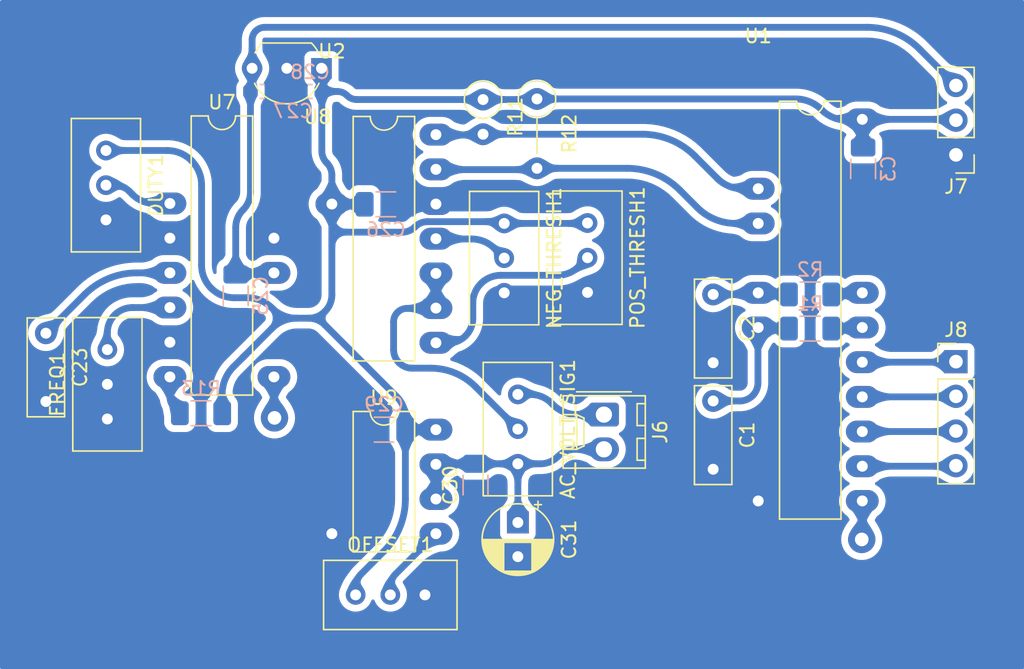
<source format=kicad_pcb>
(kicad_pcb (version 20240108) (generator "pcbnew") (generator_version "8.0")
  (layers (0 "F.Cu" signal) (31 "B.Cu" signal) (34 "B.Paste" user) (35 "F.Paste" user) (36 "B.SilkS" user "B.Silkscreen") (37 "F.SilkS" user "F.Silkscreen") (38 "B.Mask" user) (39 "F.Mask" user) (44 "Edge.Cuts" user))
  (net 0 "")
  (net 1 "GND")
  (net 2 "+12V")
  (net 3 "+5V")
  (net 4 "/PWM_DELAY2")
  (net 5 "Net-(U1-O5)")
  (net 6 "Net-(U1-O4)")
  (net 7 "/PWM")
  (net 8 "Net-(U7-CT)")
  (net 9 "Net-(U7-RT)")
  (net 10 "Net-(U7-FB)")
  (net 11 "/PWMB_1")
  (net 12 "/PWMB_2")
  (net 13 "/PWMA_2")
  (net 14 "/NEG_SIG")
  (net 15 "/PWMA_1")
  (net 16 "/POS_SIG")
  (net 17 "/PWM_DELAY1")
  (net 18 "Net-(U2C-+)")
  (net 19 "Net-(U2D--)")
  (net 20 "Net-(J6-Pin_2)")
  (net 21 "/VOLT_SIGNAL")
  (net 22 "Net-(J6-Pin_1)")
  (net 23 "Net-(U9B-+)")
  (net 24 "Net-(U7-C1)")
  (footprint "Capacitor_THT:C_Rect_L7.0mm_W2.5mm_P5.00mm" (layer "F.Cu") (at 90.25 118.6 -90)
    (property "Reference" "C1" (at 2.5 -2.5 90) (layer "F.SilkS"))
    (property "Value" "1n")
    (pad "1" thru_hole circle (at 0 0 270) (size 1.6 1.6) (drill 0.8) (layers "*.Cu" "*.Mask") (net 4 "/PWM_DELAY2"))
    (pad "2" thru_hole circle (at 5 0 270) (size 1.6 1.6) (drill 0.8) (layers "*.Cu" "*.Mask") (net 1 "GND"))
  )
  (footprint "Resistor_THT:R_Axial_DIN0207_L6.3mm_D2.5mm_P5.08mm_Vertical" (layer "F.Cu") (at 77.35 96.485 -90)
    (property "Reference" "R12" (at 2.54 -2.37 90) (layer "F.SilkS"))
    (property "Value" "1k")
    (pad "1" thru_hole circle (at 0 0 270) (size 1.6 1.6) (drill 0.8) (layers "*.Cu" "*.Mask") (net 3 "+5V"))
    (pad "2" thru_hole oval (at 5.08 0 270) (size 1.6 1.6) (drill 0.8) (layers "*.Cu" "*.Mask") (net 14 "/NEG_SIG"))
  )
  (footprint "Connector_PinHeader_2.54mm:PinHeader_1x03_P2.54mm_Vertical" (layer "F.Cu") (at 108.03 100.58 180)
    (property "Reference" "J7" (at 0 -2.33 0) (layer "F.SilkS"))
    (property "Value" "PWR")
    (pad "1" thru_hole rect (at 0 0 180) (size 1.7 1.7) (drill 1) (layers "*.Cu" "*.Mask") (net 1 "GND"))
    (pad "2" thru_hole oval (at 0 2.54 180) (size 1.7 1.7) (drill 1) (layers "*.Cu" "*.Mask") (net 3 "+5V"))
    (pad "3" thru_hole oval (at 0 5.08 180) (size 1.7 1.7) (drill 1) (layers "*.Cu" "*.Mask") (net 2 "+12V"))
  )
  (footprint "Potentiometer_THT:Potentiometer_Bourns_3296W_Vertical" (layer "F.Cu") (at 45.89 114.84 90)
    (property "Reference" "FREQ1" (at -2.54 -3.66 90) (layer "F.SilkS"))
    (property "Value" "50k")
    (pad "1" thru_hole circle (at 0 0 90) (size 1.44 1.44) (drill 0.8) (layers "*.Cu" "*.Mask") (net 9 "Net-(U7-RT)"))
    (pad "2" thru_hole circle (at -2.54 0 90) (size 1.44 1.44) (drill 0.8) (layers "*.Cu" "*.Mask") (net 1 "GND"))
    (pad "3" thru_hole circle (at -5.08 0 90) (size 1.44 1.44) (drill 0.8) (layers "*.Cu" "*.Mask") (net 1 "GND"))
  )
  (footprint "Potentiometer_THT:Potentiometer_Bourns_3296W_Vertical" (layer "F.Cu") (at 74.95 110.68 -90)
    (property "Reference" "NEG_THRESH1" (at -2.54 -3.66 90) (layer "F.SilkS"))
    (property "Value" "10k")
    (pad "1" thru_hole circle (at 0 0 270) (size 1.44 1.44) (drill 0.8) (layers "*.Cu" "*.Mask") (net 1 "GND"))
    (pad "2" thru_hole circle (at -2.54 0 270) (size 1.44 1.44) (drill 0.8) (layers "*.Cu" "*.Mask") (net 18 "Net-(U2C-+)"))
    (pad "3" thru_hole circle (at -5.08 0 270) (size 1.44 1.44) (drill 0.8) (layers "*.Cu" "*.Mask") (net 3 "+5V"))
  )
  (footprint "Potentiometer_THT:Potentiometer_Bourns_3296W_Vertical" (layer "F.Cu") (at 75.95 123.2 -90)
    (property "Reference" "AC_VOLT_SIG1" (at -2.54 -3.66 90) (layer "F.SilkS"))
    (property "Value" "10k")
    (pad "1" thru_hole circle (at 0 0 270) (size 1.44 1.44) (drill 0.8) (layers "*.Cu" "*.Mask") (net 20 "Net-(J6-Pin_2)"))
    (pad "2" thru_hole circle (at -2.54 0 270) (size 1.44 1.44) (drill 0.8) (layers "*.Cu" "*.Mask") (net 21 "/VOLT_SIGNAL"))
    (pad "3" thru_hole circle (at -5.08 0 270) (size 1.44 1.44) (drill 0.8) (layers "*.Cu" "*.Mask") (net 22 "Net-(J6-Pin_1)"))
  )
  (footprint "Potentiometer_THT:Potentiometer_Bourns_3296W_Vertical" (layer "F.Cu") (at 69.15 132.8)
    (property "Reference" "OFFSET1" (at -2.54 -3.66 0) (layer "F.SilkS"))
    (property "Value" "10k")
    (pad "1" thru_hole circle (at 0 0) (size 1.44 1.44) (drill 0.8) (layers "*.Cu" "*.Mask") (net 1 "GND"))
    (pad "2" thru_hole circle (at -2.54 0) (size 1.44 1.44) (drill 0.8) (layers "*.Cu" "*.Mask") (net 23 "Net-(U9B-+)"))
    (pad "3" thru_hole circle (at -5.08 0) (size 1.44 1.44) (drill 0.8) (layers "*.Cu" "*.Mask") (net 3 "+5V"))
  )
  (footprint "Package_DIP:DIP-14_W7.62mm_LongPads" (layer "F.Cu") (at 62.33 99.1)
    (property "Reference" "U2" (at 0 -6.1 0) (layer "F.SilkS"))
    (property "Value" "LM339")
    (pad "3" thru_hole oval (at 0 5.08) (size 2.4 1.6) (drill 0.8) (layers "*.Cu" "*.Mask") (net 3 "+5V"))
    (pad "8" thru_hole oval (at 7.62 15.24) (size 2.4 1.6) (drill 0.8) (layers "*.Cu" "*.Mask") (net 19 "Net-(U2D--)"))
    (pad "9" thru_hole oval (at 7.62 12.7) (size 2.4 1.6) (drill 0.8) (layers "*.Cu" "*.Mask") (net 21 "/VOLT_SIGNAL"))
    (pad "10" thru_hole oval (at 7.62 10.16) (size 2.4 1.6) (drill 0.8) (layers "*.Cu" "*.Mask") (net 21 "/VOLT_SIGNAL"))
    (pad "11" thru_hole oval (at 7.62 7.62) (size 2.4 1.6) (drill 0.8) (layers "*.Cu" "*.Mask") (net 18 "Net-(U2C-+)"))
    (pad "12" thru_hole oval (at 7.62 5.08) (size 2.4 1.6) (drill 0.8) (layers "*.Cu" "*.Mask") (net 1 "GND"))
    (pad "13" thru_hole oval (at 7.62 2.54) (size 2.4 1.6) (drill 0.8) (layers "*.Cu" "*.Mask") (net 14 "/NEG_SIG"))
    (pad "14" thru_hole oval (at 7.62 0) (size 2.4 1.6) (drill 0.8) (layers "*.Cu" "*.Mask") (net 16 "/POS_SIG"))
  )
  (footprint "Capacitor_THT:C_Rect_L7.0mm_W2.5mm_P5.00mm" (layer "F.Cu") (at 90.25 110.8 -90)
    (property "Reference" "C2" (at 2.5 -2.5 90) (layer "F.SilkS"))
    (property "Value" "1n")
    (pad "1" thru_hole circle (at 0 0 270) (size 1.6 1.6) (drill 0.8) (layers "*.Cu" "*.Mask") (net 17 "/PWM_DELAY1"))
    (pad "2" thru_hole circle (at 5 0 270) (size 1.6 1.6) (drill 0.8) (layers "*.Cu" "*.Mask") (net 1 "GND"))
  )
  (footprint "Capacitor_THT:CP_Radial_D5.0mm_P2.50mm" (layer "F.Cu") (at 75.95 127.5 -90)
    (property "Reference" "C31" (at 1.25 -3.75 90) (layer "F.SilkS"))
    (property "Value" "10u")
    (pad "1" thru_hole rect (at 0 0 270) (size 1.6 1.6) (drill 0.8) (layers "*.Cu" "*.Mask") (net 20 "Net-(J6-Pin_2)"))
    (pad "2" thru_hole circle (at 2.5 0 270) (size 1.6 1.6) (drill 0.8) (layers "*.Cu" "*.Mask") (net 1 "GND"))
  )
  (footprint "Package_DIP:DIP-16_W7.62mm_LongPads" (layer "F.Cu") (at 50.47 99.06)
    (property "Reference" "U7" (at 3.81 -2.33 0) (layer "F.SilkS"))
    (property "Value" "TL494")
    (pad "3" thru_hole oval (at 0 5.08) (size 2.4 1.6) (drill 0.8) (layers "*.Cu" "*.Mask") (net 10 "Net-(U7-FB)"))
    (pad "4" thru_hole oval (at 0 7.62) (size 2.4 1.6) (drill 0.8) (layers "*.Cu" "*.Mask") (net 1 "GND"))
    (pad "5" thru_hole oval (at 0 10.16) (size 2.4 1.6) (drill 0.8) (layers "*.Cu" "*.Mask") (net 8 "Net-(U7-CT)"))
    (pad "6" thru_hole oval (at 0 12.7) (size 2.4 1.6) (drill 0.8) (layers "*.Cu" "*.Mask") (net 9 "Net-(U7-RT)"))
    (pad "7" thru_hole oval (at 0 15.24) (size 2.4 1.6) (drill 0.8) (layers "*.Cu" "*.Mask") (net 1 "GND"))
    (pad "8" thru_hole oval (at 0 17.78) (size 2.4 1.6) (drill 0.8) (layers "*.Cu" "*.Mask") (net 24 "Net-(U7-C1)"))
    (pad "9" thru_hole oval (at 7.62 17.78) (size 2.4 1.6) (drill 0.8) (layers "*.Cu" "*.Mask") (net 7 "/PWM"))
    (pad "12" thru_hole oval (at 7.62 10.16) (size 2.4 1.6) (drill 0.8) (layers "*.Cu" "*.Mask") (net 2 "+12V"))
    (pad "13" thru_hole oval (at 7.62 7.62) (size 2.4 1.6) (drill 0.8) (layers "*.Cu" "*.Mask") (net 1 "GND"))
  )
  (footprint "Capacitor_THT:C_Rect_L7.0mm_W2.5mm_P5.00mm" (layer "F.Cu") (at 41.39 113.64 -90)
    (property "Reference" "C23" (at 2.5 -2.5 90) (layer "F.SilkS"))
    (property "Value" "10n")
    (pad "1" thru_hole circle (at 0 0 270) (size 1.6 1.6) (drill 0.8) (layers "*.Cu" "*.Mask") (net 8 "Net-(U7-CT)"))
    (pad "2" thru_hole circle (at 5 0 270) (size 1.6 1.6) (drill 0.8) (layers "*.Cu" "*.Mask") (net 1 "GND"))
  )
  (footprint "Package_DIP:DIP-8_W7.62mm_LongPads" (layer "F.Cu") (at 62.33 120.7)
    (property "Reference" "U9" (at 3.81 -2.33 0) (layer "F.SilkS"))
    (property "Value" "LM358")
    (pad "4" thru_hole oval (at 0 7.62) (size 2.4 1.6) (drill 0.8) (layers "*.Cu" "*.Mask") (net 1 "GND"))
    (pad "5" thru_hole oval (at 7.62 7.62) (size 2.4 1.6) (drill 0.8) (layers "*.Cu" "*.Mask") (net 23 "Net-(U9B-+)"))
    (pad "6" thru_hole oval (at 7.62 5.08) (size 2.4 1.6) (drill 0.8) (layers "*.Cu" "*.Mask") (net 20 "Net-(J6-Pin_2)"))
    (pad "7" thru_hole oval (at 7.62 2.54) (size 2.4 1.6) (drill 0.8) (layers "*.Cu" "*.Mask") (net 20 "Net-(J6-Pin_2)"))
    (pad "8" thru_hole oval (at 7.62 0) (size 2.4 1.6) (drill 0.8) (layers "*.Cu" "*.Mask") (net 3 "+5V"))
  )
  (footprint "Connector_Molex:Molex_KK-254_AE-6410-02A_1x02_P2.54mm_Vertical" (layer "F.Cu") (at 82.25 119.6 -90)
    (property "Reference" "J6" (at 1.27 -4.12 90) (layer "F.SilkS"))
    (property "Value" "12V_TRANS")
    (pad "1" thru_hole roundrect (at 0 0 270) (size 1.74 2.19) (drill 1.19) (layers "*.Cu" "*.Mask") (roundrect_rratio 0.143678) (net 22 "Net-(J6-Pin_1)"))
    (pad "2" thru_hole oval (at 2.54 0 270) (size 1.74 2.19) (drill 1.19) (layers "*.Cu" "*.Mask") (net 20 "Net-(J6-Pin_2)"))
  )
  (footprint "Connector_PinHeader_2.54mm:PinHeader_1x04_P2.54mm_Vertical" (layer "F.Cu") (at 108.03 115.72)
    (property "Reference" "J8" (at 0 -2.33 0) (layer "F.SilkS"))
    (property "Value" "PWMs")
    (pad "1" thru_hole rect (at 0 0) (size 1.7 1.7) (drill 1) (layers "*.Cu" "*.Mask") (net 13 "/PWMA_2"))
    (pad "2" thru_hole oval (at 0 2.54) (size 1.7 1.7) (drill 1) (layers "*.Cu" "*.Mask") (net 12 "/PWMB_2"))
    (pad "3" thru_hole oval (at 0 5.08) (size 1.7 1.7) (drill 1) (layers "*.Cu" "*.Mask") (net 15 "/PWMA_1"))
    (pad "4" thru_hole oval (at 0 7.62) (size 1.7 1.7) (drill 1) (layers "*.Cu" "*.Mask") (net 11 "/PWMB_1"))
  )
  (footprint "Resistor_THT:R_Axial_DIN0207_L6.3mm_D2.5mm_P2.54mm_Vertical" (layer "F.Cu") (at 73.4 96.53 -90)
    (property "Reference" "R11" (at 1.27 -2.37 90) (layer "F.SilkS"))
    (property "Value" "1k")
    (pad "1" thru_hole circle (at 0 0 270) (size 1.6 1.6) (drill 0.8) (layers "*.Cu" "*.Mask") (net 3 "+5V"))
    (pad "2" thru_hole oval (at 2.54 0 270) (size 1.6 1.6) (drill 0.8) (layers "*.Cu" "*.Mask") (net 16 "/POS_SIG"))
  )
  (footprint "Potentiometer_THT:Potentiometer_Bourns_3296W_Vertical" (layer "F.Cu") (at 45.79 105.34 -90)
    (property "Reference" "DUTY1" (at -2.54 -3.66 90) (layer "F.SilkS"))
    (property "Value" "50k")
    (pad "1" thru_hole circle (at 0 0 270) (size 1.44 1.44) (drill 0.8) (layers "*.Cu" "*.Mask") (net 1 "GND"))
    (pad "2" thru_hole circle (at -2.54 0 270) (size 1.44 1.44) (drill 0.8) (layers "*.Cu" "*.Mask") (net 10 "Net-(U7-FB)"))
    (pad "3" thru_hole circle (at -5.08 0 270) (size 1.44 1.44) (drill 0.8) (layers "*.Cu" "*.Mask") (net 3 "+5V"))
  )
  (footprint "Package_TO_SOT_THT:TO-92_Inline_Wide" (layer "F.Cu") (at 61.57 94.24 180)
    (property "Reference" "U8" (at 0.28 -3.56 0) (layer "F.SilkS"))
    (property "Value" "L78L05_TO92")
    (pad "1" thru_hole rect (at 0 0 180) (size 1.5 1.5) (drill 0.8) (layers "*.Cu" "*.Mask") (net 3 "+5V"))
    (pad "2" thru_hole circle (at 2.54 0 180) (size 1.5 1.5) (drill 0.8) (layers "*.Cu" "*.Mask") (net 1 "GND"))
    (pad "3" thru_hole circle (at 5.08 0 180) (size 1.5 1.5) (drill 0.8) (layers "*.Cu" "*.Mask") (net 2 "+12V"))
  )
  (footprint "Package_DIP:DIP-24_W7.62mm_LongPads" (layer "F.Cu") (at 93.55 97.98)
    (property "Reference" "U1" (at 0 -6.1 0) (layer "F.SilkS"))
    (property "Value" "ATF22V10BQL")
    (pad "3" thru_hole oval (at 0 5.08) (size 2.4 1.6) (drill 0.8) (layers "*.Cu" "*.Mask") (net 16 "/POS_SIG"))
    (pad "4" thru_hole oval (at 0 7.62) (size 2.4 1.6) (drill 0.8) (layers "*.Cu" "*.Mask") (net 14 "/NEG_SIG"))
    (pad "6" thru_hole oval (at 0 12.7) (size 2.4 1.6) (drill 0.8) (layers "*.Cu" "*.Mask") (net 17 "/PWM_DELAY1"))
    (pad "7" thru_hole oval (at 0 15.24) (size 2.4 1.6) (drill 0.8) (layers "*.Cu" "*.Mask") (net 4 "/PWM_DELAY2"))
    (pad "12" thru_hole oval (at 0 27.94) (size 2.4 1.6) (drill 0.8) (layers "*.Cu" "*.Mask") (net 1 "GND"))
    (pad "13" thru_hole oval (at 7.62 27.94) (size 2.4 1.6) (drill 0.8) (layers "*.Cu" "*.Mask") (net 7 "/PWM"))
    (pad "14" thru_hole oval (at 7.62 25.4) (size 2.4 1.6) (drill 0.8) (layers "*.Cu" "*.Mask") (net 11 "/PWMB_1"))
    (pad "15" thru_hole oval (at 7.62 22.86) (size 2.4 1.6) (drill 0.8) (layers "*.Cu" "*.Mask") (net 15 "/PWMA_1"))
    (pad "16" thru_hole oval (at 7.62 20.32) (size 2.4 1.6) (drill 0.8) (layers "*.Cu" "*.Mask") (net 12 "/PWMB_2"))
    (pad "17" thru_hole oval (at 7.62 17.78) (size 2.4 1.6) (drill 0.8) (layers "*.Cu" "*.Mask") (net 13 "/PWMA_2"))
    (pad "18" thru_hole oval (at 7.62 15.24) (size 2.4 1.6) (drill 0.8) (layers "*.Cu" "*.Mask") (net 5 "Net-(U1-O5)"))
    (pad "19" thru_hole oval (at 7.62 12.7) (size 2.4 1.6) (drill 0.8) (layers "*.Cu" "*.Mask") (net 6 "Net-(U1-O4)"))
    (pad "24" thru_hole oval (at 7.62 0) (size 2.4 1.6) (drill 0.8) (layers "*.Cu" "*.Mask") (net 3 "+5V"))
  )
  (footprint "Potentiometer_THT:Potentiometer_Bourns_3296W_Vertical" (layer "F.Cu") (at 81.05 110.65 -90)
    (property "Reference" "POS_THRESH1" (at -2.54 -3.66 90) (layer "F.SilkS"))
    (property "Value" "10k")
    (pad "1" thru_hole circle (at 0 0 270) (size 1.44 1.44) (drill 0.8) (layers "*.Cu" "*.Mask") (net 1 "GND"))
    (pad "2" thru_hole circle (at -2.54 0 270) (size 1.44 1.44) (drill 0.8) (layers "*.Cu" "*.Mask") (net 19 "Net-(U2D--)"))
    (pad "3" thru_hole circle (at -5.08 0 270) (size 1.44 1.44) (drill 0.8) (layers "*.Cu" "*.Mask") (net 3 "+5V"))
  )
  (footprint "Capacitor_SMD:C_1206_3216Metric_Pad1.33x1.80mm_HandSolder" (layer "B.Cu") (at 101.23 101.6025 90)
    (property "Reference" "C3" (at 0 1.85 90) (layer "B.SilkS") (effects (justify mirror)))
    (property "Value" "100n")
    (pad "1" smd roundrect (at -1.5625 0 90) (size 1.325 1.8) (layers "B.Cu" "B.Paste" "B.Mask") (roundrect_rratio 0.188679) (net 1 "GND"))
    (pad "2" smd roundrect (at 1.5625 0 90) (size 1.325 1.8) (layers "B.Cu" "B.Paste" "B.Mask") (roundrect_rratio 0.188679) (net 3 "+5V"))
  )
  (footprint "Capacitor_SMD:C_1206_3216Metric_Pad1.33x1.80mm_HandSolder" (layer "B.Cu") (at 72.85 124.7625 -90)
    (property "Reference" "C30" (at 0 1.85 90) (layer "F.SilkS"))
    (property "Value" "100n")
    (pad "1" smd roundrect (at -1.5625 0 270) (size 1.325 1.8) (layers "B.Cu" "B.Paste" "B.Mask") (roundrect_rratio 0.188679) (net 20 "Net-(J6-Pin_2)"))
    (pad "2" smd roundrect (at 1.5625 0 270) (size 1.325 1.8) (layers "B.Cu" "B.Paste" "B.Mask") (roundrect_rratio 0.188679) (net 1 "GND"))
  )
  (footprint "Capacitor_SMD:C_0603_1608Metric_Pad1.08x0.95mm_HandSolder" (layer "B.Cu") (at 60.7325 95.94 180)
    (property "Reference" "C28" (at 0 1.43 0) (layer "B.SilkS") (effects (justify mirror)))
    (property "Value" "1u")
    (pad "1" smd roundrect (at -0.8625 0 180) (size 1.075 0.95) (layers "B.Cu" "B.Paste" "B.Mask") (net 3 "+5V"))
    (pad "2" smd roundrect (at 0.8625 0 180) (size 1.075 0.95) (layers "B.Cu" "B.Paste" "B.Mask") (net 1 "GND"))
  )
  (footprint "Capacitor_SMD:C_1206_3216Metric_Pad1.33x1.80mm_HandSolder" (layer "B.Cu") (at 66.15 120.7 180)
    (property "Reference" "C29" (at 0 1.85 0) (layer "B.SilkS") (effects (justify mirror)))
    (property "Value" "100n")
    (pad "1" smd roundrect (at -1.5625 0 180) (size 1.325 1.8) (layers "B.Cu" "B.Paste" "B.Mask") (roundrect_rratio 0.188679) (net 3 "+5V"))
    (pad "2" smd roundrect (at 1.5625 0 180) (size 1.325 1.8) (layers "B.Cu" "B.Paste" "B.Mask") (roundrect_rratio 0.188679) (net 1 "GND"))
  )
  (footprint "Capacitor_SMD:C_1206_3216Metric_Pad1.33x1.80mm_HandSolder" (layer "B.Cu") (at 66.2875 104.2)
    (property "Reference" "C26" (at 0 1.85 0) (layer "B.SilkS") (effects (justify mirror)))
    (property "Value" "100n")
    (pad "1" smd roundrect (at -1.5625 0) (size 1.325 1.8) (layers "B.Cu" "B.Paste" "B.Mask") (roundrect_rratio 0.188679) (net 3 "+5V"))
    (pad "2" smd roundrect (at 1.5625 0) (size 1.325 1.8) (layers "B.Cu" "B.Paste" "B.Mask") (roundrect_rratio 0.188679) (net 1 "GND"))
  )
  (footprint "Resistor_SMD:R_1206_3216Metric_Pad1.30x1.75mm_HandSolder" (layer "B.Cu") (at 97.35 110.8 180)
    (property "Reference" "R2" (at 0 1.82 0) (layer "B.SilkS") (effects (justify mirror)))
    (property "Value" "100")
    (pad "1" smd roundrect (at -1.55 0 180) (size 1.3 1.75) (layers "B.Cu" "B.Paste" "B.Mask") (roundrect_rratio 0.192308) (net 6 "Net-(U1-O4)"))
    (pad "2" smd roundrect (at 1.55 0 180) (size 1.3 1.75) (layers "B.Cu" "B.Paste" "B.Mask") (roundrect_rratio 0.192308) (net 17 "/PWM_DELAY1"))
  )
  (footprint "Capacitor_SMD:C_0603_1608Metric_Pad1.08x0.95mm_HandSolder" (layer "B.Cu") (at 57.2325 95.94)
    (property "Reference" "C27" (at 2.26 1.43 0) (layer "B.SilkS") (effects (justify mirror)))
    (property "Value" "1u")
    (pad "1" smd roundrect (at -0.8625 0) (size 1.075 0.95) (layers "B.Cu" "B.Paste" "B.Mask") (net 2 "+12V"))
    (pad "2" smd roundrect (at 0.8625 0) (size 1.075 0.95) (layers "B.Cu" "B.Paste" "B.Mask") (net 1 "GND"))
  )
  (footprint "Resistor_SMD:R_1206_3216Metric_Pad1.30x1.75mm_HandSolder" (layer "B.Cu") (at 97.35 113.3 180)
    (property "Reference" "R1" (at 0 1.82 0) (layer "B.SilkS") (effects (justify mirror)))
    (property "Value" "100")
    (pad "1" smd roundrect (at -1.55 0 180) (size 1.3 1.75) (layers "B.Cu" "B.Paste" "B.Mask") (roundrect_rratio 0.192308) (net 5 "Net-(U1-O5)"))
    (pad "2" smd roundrect (at 1.55 0 180) (size 1.3 1.75) (layers "B.Cu" "B.Paste" "B.Mask") (roundrect_rratio 0.192308) (net 4 "/PWM_DELAY2"))
  )
  (footprint "Resistor_SMD:R_1206_3216Metric_Pad1.30x1.75mm_HandSolder" (layer "B.Cu") (at 52.75 119.5 180)
    (property "Reference" "R13" (at 0 1.82 0) (layer "B.SilkS") (effects (justify mirror)))
    (property "Value" "1k")
    (pad "1" smd roundrect (at -1.55 0 180) (size 1.3 1.75) (layers "B.Cu" "B.Paste" "B.Mask") (roundrect_rratio 0.192308) (net 3 "+5V"))
    (pad "2" smd roundrect (at 1.55 0 180) (size 1.3 1.75) (layers "B.Cu" "B.Paste" "B.Mask") (roundrect_rratio 0.192308) (net 24 "Net-(U7-C1)"))
  )
  (footprint "Capacitor_SMD:C_1206_3216Metric_Pad1.33x1.80mm_HandSolder" (layer "B.Cu") (at 55.29 110.9025 90)
    (property "Reference" "C25" (at 0 1.85 90) (layer "B.SilkS") (effects (justify mirror)))
    (property "Value" "100n")
    (pad "1" smd roundrect (at -1.5625 0 90) (size 1.325 1.8) (layers "B.Cu" "B.Paste" "B.Mask") (roundrect_rratio 0.188679) (net 1 "GND"))
    (pad "2" smd roundrect (at 1.5625 0 90) (size 1.325 1.8) (layers "B.Cu" "B.Paste" "B.Mask") (roundrect_rratio 0.188679) (net 2 "+12V"))
  )
  (segment (start 67.85 104.2) (end 69.95 104.2) (width 0.5) (layer "B.Cu") (net 1))
  (segment (start 56.37 95.982426) (end 56.37 103.296324) (width 0.5) (layer "B.Cu") (net 2))
  (segment (start 105.363792 92.833792) (end 108.03 95.5) (width 0.5) (layer "B.Cu") (net 2))
  (segment (start 101.516036 91.24) (end 57.411837 91.24) (width 0.5) (layer "B.Cu") (net 2))
  (segment (start 56.49 94.24) (end 56.49 92.161837) (width 0.5) (layer "B.Cu") (net 2))
  (segment (start 56.4 95.97) (end 56.43 96) (width 0.5) (layer "B.Cu") (net 2))
  (segment (start 56.49 94.24) (end 56.49 95.735147) (width 0.5) (layer "B.Cu") (net 2))
  (segment (start 55.29 105.903675) (end 55.29 109.255147) (width 0.5) (layer "B.Cu") (net 2))
  (segment (start 56.4 95.91) (end 56.43 95.88) (width 0.5) (layer "B.Cu") (net 2))
  (segment (start 55.319874 109.22) (end 58.09 109.22) (width 0.5) (layer "B.Cu") (net 2))
  (segment (start 58.09 109.22) (end 55.494852 109.22) (width 0.5) (layer "B.Cu") (net 2))
  (segment (start 55.29875 109.21125) (end 55.29 109.2025) (width 0.5) (layer "B.Cu") (net 2))
  (arc (start 55.319874 109.22) (mid 55.308441 109.217725) (end 55.29875 109.21125) (width 0.5) (layer "B.Cu") (net 2))
  (arc (start 55.35 109.28) (mid 55.416458 109.235593) (end 55.494852 109.22) (width 0.5) (layer "B.Cu") (net 2))
  (arc (start 56.4 95.97) (mid 56.380848 95.96619) (end 56.37 95.982426) (width 0.5) (layer "B.Cu") (net 2))
  (arc (start 55.29 105.903675) (mid 55.430341 105.198131) (end 55.83 104.6) (width 0.5) (layer "B.Cu") (net 2))
  (arc (start 56.4 95.91) (mid 56.377796 95.943229) (end 56.37 95.982426) (width 0.5) (layer "B.Cu") (net 2))
  (arc (start 55.35 109.28) (mid 55.311696 109.287618) (end 55.29 109.255147) (width 0.5) (layer "B.Cu") (net 2))
  (arc (start 55.83 104.6) (mid 56.229658 104.001868) (end 56.37 103.296324) (width 0.5) (layer "B.Cu") (net 2))
  (arc (start 56.4 95.91) (mid 56.387573 95.94) (end 56.4 95.97) (width 0.5) (layer "B.Cu") (net 2))
  (arc (start 101.516036 91.24) (mid 103.598426 91.654213) (end 105.363792 92.833792) (width 0.5) (layer "B.Cu") (net 2))
  (arc (start 56.76 91.51) (mid 57.059065 91.31017) (end 57.411837 91.24) (width 0.5) (layer "B.Cu") (net 2))
  (arc (start 56.49 92.161837) (mid 56.56017 91.809065) (end 56.76 91.51) (width 0.5) (layer "B.Cu") (net 2))
  (arc (start 56.43 95.88) (mid 56.474406 95.81354) (end 56.49 95.735147) (width 0.5) (layer "B.Cu") (net 2))
  (segment (start 100.0325 98.04) (end 101.067573 98.04) (width 0.5) (layer "B.Cu") (net 3))
  (segment (start 101.17 99.937573) (end 101.17 98.022426) (width 0.5) (layer "B.Cu") (net 3))
  (segment (start 101.2 100.01) (end 101.23 100.04) (width 0.5) (layer "B.Cu") (net 3))
  (segment (start 62.33 105.21) (end 62.33 107.27) (width 0.5) (layer "B.Cu") (net 3))
  (segment (start 54.3 118.089655) (end 54.3 119.5) (width 0.5) (layer "B.Cu") (net 3))
  (segment (start 62.732806 95.94) (end 61.612677 95.94) (width 0.5) (layer "B.Cu") (net 3))
  (segment (start 64.465979 131.28402) (end 66.118707 129.631292) (width 0.5) (layer "B.Cu") (net 3))
  (segment (start 107.9 98.01) (end 107.93 98.04) (width 0.5) (layer "B.Cu") (net 3))
  (segment (start 80.998786 105.6) (end 75.041923 105.6) (width 0.5) (layer "B.Cu") (net 3))
  (segment (start 68.156875 120.7) (end 69.95 120.7) (width 0.5) (layer "B.Cu") (net 3))
  (segment (start 55.857965 115.372035) (end 55.775929 115.45407) (width 0.5) (layer "B.Cu") (net 3))
  (segment (start 56.022036 115.207964) (end 57.94 113.29) (width 0.5) (layer "B.Cu") (net 3))
  (segment (start 62.33 110.832893) (end 62.33 107.27) (width 0.5) (layer "B.Cu") (net 3))
  (segment (start 45.8 100.43) (end 45.63 100.6) (width 0.5) (layer "B.Cu") (net 3))
  (segment (start 56.022036 115.207964) (end 55.857965 115.372035) (width 0.5) (layer "B.Cu") (net 3))
  (segment (start 67.7125 120.255625) (end 67.7125 119.81125) (width 0.5) (layer "B.Cu") (net 3))
  (segment (start 55.857965 115.372035) (end 55.12 116.11) (width 0.5) (layer "B.Cu") (net 3))
  (segment (start 64.157193 96.53) (end 73.4 96.53) (width 0.5) (layer "B.Cu") (net 3))
  (segment (start 52.79 108.65005) (end 52.79 102.786518) (width 0.5) (layer "B.Cu") (net 3))
  (segment (start 77.27318 96.53) (end 73.4 96.53) (width 0.5) (layer "B.Cu") (net 3))
  (segment (start 55.857965 115.372035) (end 56.022036 115.207964) (width 0.5) (layer "B.Cu") (net 3))
  (segment (start 59.75066 112.54) (end 60.622893 112.54) (width 0.5) (layer "B.Cu") (net 3))
  (segment (start 81.035 105.585) (end 81.05 105.57) (width 0.5) (layer "B.Cu") (net 3))
  (segment (start 107.827573 97.98) (end 101.212426 97.98) (width 0.5) (layer "B.Cu") (net 3))
  (segment (start 67.084058 118.294058) (end 61.83 113.04) (width 0.5) (layer "B.Cu") (net 3))
  (segment (start 67.7125 121.144375) (end 67.7125 125.783536) (width 0.5) (layer "B.Cu") (net 3))
  (segment (start 55.179949 111.04) (end 56.129339 111.04) (width 0.5) (layer "B.Cu") (net 3))
  (segment (start 61.595 100.285276) (end 61.595 95.957677) (width 0.5) (layer "B.Cu") (net 3))
  (segment (start 96.300448 96.485) (end 77.381819 96.485) (width 0.5) (layer "B.Cu") (net 3))
  (segment (start 64.07 132.24) (end 64.07 132.8) (width 0.5) (layer "B.Cu") (net 3))
  (segment (start 98.193092 97.278092) (end 98.1775 97.2625) (width 0.5) (layer "B.Cu") (net 3))
  (segment (start 74.728076 105.47) (end 69.344472 105.47) (width 0.5) (layer "B.Cu") (net 3))
  (segment (start 50.263481 100.26) (end 46.210416 100.26) (width 0.5) (layer "B.Cu") (net 3))
  (segment (start 64.725 104.2) (end 62.33 104.2) (width 0.5) (layer "B.Cu") (net 3))
  (segment (start 62.33 102.059723) (end 62.33 104.18) (width 0.5) (layer "B.Cu") (net 3))
  (segment (start 67.7125 121.144375) (end 67.7125 120.255625) (width 0.5) (layer "B.Cu") (net 3))
  (segment (start 62.33 104.18) (end 62.33 105.21) (width 0.5) (layer "B.Cu") (net 3))
  (segment (start 63.36 106.24) (end 67.485527 106.24) (width 0.5) (layer "B.Cu") (net 3))
  (segment (start 61.57 95.897322) (end 61.57 94.24) (width 0.5) (layer "B.Cu") (net 3))
  (arc (start 101.17 99.937573) (mid 101.177796 99.97677) (end 101.2 100.01) (width 0.5) (layer "B.Cu") (net 3))
  (arc (start 57.94 111.79) (mid 58.25066 112.54) (end 57.94 113.29) (width 0.5) (layer "B.Cu") (net 3))
  (arc (start 52.05 101) (mid 52.59768 101.819661) (end 52.79 102.786518) (width 0.5) (layer "B.Cu") (net 3))
  (arc (start 61.83 112.04) (mid 61.622893 112.54) (end 61.83 113.04) (width 0.5) (layer "B.Cu") (net 3))
  (arc (start 67.7125 125.783536) (mid 67.298286 127.865926) (end 66.118707 129.631292) (width 0.5) (layer "B.Cu") (net 3))
  (arc (start 101.14 98.01) (mid 101.159151 98.00619) (end 101.17 98.022426) (width 0.5) (layer "B.Cu") (net 3))
  (arc (start 67.7125 120.255625) (mid 67.842655 120.569845) (end 68.156875 120.7) (width 0.5) (layer "B.Cu") (net 3))
  (arc (start 61.595 100.285276) (mid 61.69051 100.765438) (end 61.9625 101.1725) (width 0.5) (layer "B.Cu") (net 3))
  (arc (start 62.33 102.059723) (mid 62.234489 101.579561) (end 61.9625 101.1725) (width 0.5) (layer "B.Cu") (net 3))
  (arc (start 77.27318 96.53) (mid 77.302577 96.524152) (end 77.3275 96.5075) (width 0.5) (layer "B.Cu") (net 3))
  (arc (start 68.156875 120.7) (mid 67.842655 120.830154) (end 67.7125 121.144375) (width 0.5) (layer "B.Cu") (net 3))
  (arc (start 57.94 111.79) (mid 58.770737 112.345081) (end 59.75066 112.54) (width 0.5) (layer "B.Cu") (net 3))
  (arc (start 52.79 108.65005) (mid 52.971924 109.564644) (end 53.49 110.34) (width 0.5) (layer "B.Cu") (net 3))
  (arc (start 57.94 111.79) (mid 57.109261 111.234918) (end 56.129339 111.04) (width 0.5) (layer "B.Cu") (net 3))
  (arc (start 63.36 106.24) (mid 62.63168 106.54168) (end 62.33 107.27) (width 0.5) (layer "B.Cu") (net 3))
  (arc (start 45.8 100.43) (mid 45.9883 100.304181) (end 46.210416 100.26) (width 0.5) (layer "B.Cu") (net 3))
  (arc (start 62.33 105.21) (mid 62.63168 105.938319) (end 63.36 106.24) (width 0.5) (layer "B.Cu") (net 3))
  (arc (start 61.5825 95.9275) (mid 61.596345 95.936751) (end 61.612677 95.94) (width 0.5) (layer "B.Cu") (net 3))
  (arc (start 61.5825 95.9275) (mid 61.591751 95.941345) (end 61.595 95.957677) (width 0.5) (layer "B.Cu") (net 3))
  (arc (start 101.17 98.022426) (mid 101.182426 97.992426) (end 101.212426 97.98) (width 0.5) (layer "B.Cu") (net 3))
  (arc (start 68.415 105.855) (mid 67.988554 106.139941) (end 67.485527 106.24) (width 0.5) (layer "B.Cu") (net 3))
  (arc (start 101.14 98.01) (mid 101.173229 97.987796) (end 101.212426 97.98) (width 0.5) (layer "B.Cu") (net 3))
  (arc (start 101.14 98.01) (mid 101.10677 98.032203) (end 101.067573 98.04) (width 0.5) (layer "B.Cu") (net 3))
  (arc (start 64.157193 96.53) (mid 63.771756 96.453331) (end 63.445 96.235) (width 0.5) (layer "B.Cu") (net 3))
  (arc (start 61.612677 95.94) (mid 61.600177 95.945177) (end 61.595 95.957677) (width 0.5) (layer "B.Cu") (net 3))
  (arc (start 67.084058 118.294058) (mid 67.549173 118.990151) (end 67.7125 119.81125) (width 0.5) (layer "B.Cu") (net 3))
  (arc (start 81.035 105.585) (mid 81.018385 105.596101) (end 80.998786 105.6) (width 0.5) (layer "B.Cu") (net 3))
  (arc (start 68.415 105.855) (mid 68.841445 105.570058) (end 69.344472 105.47) (width 0.5) (layer "B.Cu") (net 3))
  (arc (start 96.300448 96.485) (mid 97.316301 96.687065) (end 98.1775 97.2625) (width 0.5) (layer "B.Cu") (net 3))
  (arc (start 61.83 112.04) (mid 61.276174 112.410054) (end 60.622893 112.54) (width 0.5) (layer "B.Cu") (net 3))
  (arc (start 52.05 101) (mid 51.230338 100.452319) (end 50.263481 100.26) (width 0.5) (layer "B.Cu") (net 3))
  (arc (start 61.83 113.04) (mid 61.276174 112.669945) (end 60.622893 112.54) (width 0.5) (layer "B.Cu") (net 3))
  (arc (start 74.885 105.535) (mid 74.956997 105.583107) (end 75.041923 105.6) (width 0.5) (layer "B.Cu") (net 3))
  (arc (start 74.728076 105.47) (mid 74.813002 105.486892) (end 74.885 105.535) (width 0.5) (layer "B.Cu") (net 3))
  (arc (start 61.5825 95.9275) (mid 61.573248 95.913654) (end 61.57 95.897322) (width 0.5) (layer "B.Cu") (net 3))
  (arc (start 59.75066 112.54) (mid 58.770737 112.734918) (end 57.94 113.29) (width 0.5) (layer "B.Cu") (net 3))
  (arc (start 53.49 110.34) (mid 54.265355 110.858075) (end 55.179949 111.04) (width 0.5) (layer "B.Cu") (net 3))
  (arc (start 64.465979 131.28402) (mid 64.172911 131.722627) (end 64.07 132.24) (width 0.5) (layer "B.Cu") (net 3))
  (arc (start 62.732806 95.94) (mid 63.118242 96.016668) (end 63.445 96.235) (width 0.5) (layer "B.Cu") (net 3))
  (arc (start 77.381819 96.485) (mid 77.352421 96.490847) (end 77.3275 96.5075) (width 0.5) (layer "B.Cu") (net 3))
  (arc (start 98.193092 97.278092) (mid 99.037019 97.841986) (end 100.0325 98.04) (width 0.5) (layer "B.Cu") (net 3))
  (arc (start 55.857965 115.372035) (mid 55.857966 115.372034) (end 55.857965 115.372035) (width 0.5) (layer "B.Cu") (net 3))
  (arc (start 61.83 112.04) (mid 62.200054 111.486174) (end 62.33 110.832893) (width 0.5) (layer "B.Cu") (net 3))
  (arc (start 107.9 98.01) (mid 107.86677 97.987796) (end 107.827573 97.98) (width 0.5) (layer "B.Cu") (net 3))
  (arc (start 55.12 116.11) (mid 54.513112 117.018273) (end 54.3 118.089655) (width 0.5) (layer "B.Cu") (net 3))
  (segment (start 93.53 117.268456) (end 93.53 113.37071) (width 0.5) (layer "B.Cu") (net 4))
  (segment (start 95.75 113.25) (end 95.8 113.2) (width 0.5) (layer "B.Cu") (net 4))
  (segment (start 93.48 113.35) (end 93.43 113.4) (width 0.5) (layer "B.Cu") (net 4))
  (segment (start 93.60071 113.3) (end 95.629289 113.3) (width 0.5) (layer "B.Cu") (net 4))
  (segment (start 92.198456 118.6) (end 90.25 118.6) (width 0.5) (layer "B.Cu") (net 4))
  (arc (start 93.60071 113.3) (mid 93.535382 113.312994) (end 93.48 113.35) (width 0.5) (layer "B.Cu") (net 4))
  (arc (start 93.48 113.35) (mid 93.511919 113.34365) (end 93.53 113.37071) (width 0.5) (layer "B.Cu") (net 4))
  (arc (start 92.198456 118.6) (mid 92.708016 118.498642) (end 93.14 118.21) (width 0.5) (layer "B.Cu") (net 4))
  (arc (start 93.60071 113.3) (mid 93.55071 113.32071) (end 93.53 113.37071) (width 0.5) (layer "B.Cu") (net 4))
  (arc (start 93.14 118.21) (mid 93.428642 117.778016) (end 93.53 117.268456) (width 0.5) (layer "B.Cu") (net 4))
  (arc (start 95.75 113.25) (mid 95.694617 113.287005) (end 95.629289 113.3) (width 0.5) (layer "B.Cu") (net 4))
  (segment (start 101.079289 113.3) (end 98.9 113.3) (width 0.5) (layer "B.Cu") (net 5))
  (segment (start 101.1 113.25) (end 101.05 113.2) (width 0.5) (layer "B.Cu") (net 5))
  (arc (start 101.1 113.25) (mid 101.106349 113.281919) (end 101.079289 113.3) (width 0.5) (layer "B.Cu") (net 5))
  (segment (start 98.92 110.78) (end 98.9 110.8) (width 0.5) (layer "B.Cu") (net 6))
  (segment (start 101.121715 110.76) (end 98.968284 110.76) (width 0.5) (layer "B.Cu") (net 6))
  (segment (start 101.13 110.78) (end 101.11 110.8) (width 0.5) (layer "B.Cu") (net 6))
  (arc (start 98.92 110.78) (mid 98.942152 110.765197) (end 98.968284 110.76) (width 0.5) (layer "B.Cu") (net 6))
  (arc (start 101.121715 110.76) (mid 101.132539 110.767232) (end 101.13 110.78) (width 0.5) (layer "B.Cu") (net 6))
  (via (at 58.13 119.84) (size 2) (drill 1) (layers "F.Cu" "B.Cu") (net 7))
  (via (at 101.13 128.74) (size 2) (drill 1) (layers "F.Cu" "B.Cu") (net 7))
  (segment (start 101.15 128.72) (end 101.13 128.74) (width 0.5) (layer "B.Cu") (net 7))
  (segment (start 58.13 119.84) (end 58.11 119.82) (width 0.5) (layer "B.Cu") (net 7))
  (segment (start 58.09 119.771715) (end 58.09 116.84) (width 0.5) (layer "B.Cu") (net 7))
  (segment (start 101.17 128.671715) (end 101.17 125.92) (width 0.5) (layer "B.Cu") (net 7))
  (arc (start 101.15 128.72) (mid 101.164803 128.697846) (end 101.17 128.671715) (width 0.5) (layer "B.Cu") (net 7))
  (arc (start 58.11 119.82) (mid 58.095198 119.797846) (end 58.09 119.771715) (width 0.5) (layer "B.Cu") (net 7))
  (segment (start 44.216207 110.813792) (end 41.39 113.64) (width 0.5) (layer "B.Cu") (net 8))
  (segment (start 48.063963 109.22) (end 50.47 109.22) (width 0.5) (layer "B.Cu") (net 8))
  (arc (start 44.216207 110.813792) (mid 45.981572 109.634213) (end 48.063963 109.22) (width 0.5) (layer "B.Cu") (net 8))
  (segment (start 47.733675 111.76) (end 50.47 111.76) (width 0.5) (layer "B.Cu") (net 9))
  (segment (start 45.89 113.603675) (end 45.89 114.84) (width 0.5) (layer "B.Cu") (net 9))
  (arc (start 47.733675 111.76) (mid 47.028131 111.900341) (end 46.43 112.3) (width 0.5) (layer "B.Cu") (net 9))
  (arc (start 45.89 113.603675) (mid 46.030341 112.898131) (end 46.43 112.3) (width 0.5) (layer "B.Cu") (net 9))
  (segment (start 46.42 102.8) (end 45.79 102.8) (width 0.5) (layer "B.Cu") (net 10))
  (segment (start 47.495477 103.245477) (end 47.72 103.47) (width 0.5) (layer "B.Cu") (net 10))
  (segment (start 49.337523 104.14) (end 50.47 104.14) (width 0.5) (layer "B.Cu") (net 10))
  (arc (start 47.495477 103.245477) (mid 47.002044 102.915775) (end 46.42 102.8) (width 0.5) (layer "B.Cu") (net 10))
  (arc (start 47.72 103.47) (mid 48.462125 103.965872) (end 49.337523 104.14) (width 0.5) (layer "B.Cu") (net 10))
  (segment (start 108.01 123.36) (end 108.03 123.34) (width 0.5) (layer "B.Cu") (net 11))
  (segment (start 107.961715 123.38) (end 101.17 123.38) (width 0.5) (layer "B.Cu") (net 11))
  (arc (start 108.01 123.36) (mid 107.987846 123.374802) (end 107.961715 123.38) (width 0.5) (layer "B.Cu") (net 11))
  (segment (start 107.961715 118.3) (end 101.17 118.3) (width 0.5) (layer "B.Cu") (net 12))
  (segment (start 108.01 118.28) (end 108.03 118.26) (width 0.5) (layer "B.Cu") (net 12))
  (arc (start 108.01 118.28) (mid 107.987846 118.294802) (end 107.961715 118.3) (width 0.5) (layer "B.Cu") (net 12))
  (segment (start 107.961715 115.76) (end 101.17 115.76) (width 0.5) (layer "B.Cu") (net 13))
  (segment (start 108.01 115.74) (end 108.03 115.72) (width 0.5) (layer "B.Cu") (net 13))
  (arc (start 108.01 115.74) (mid 107.987846 115.754802) (end 107.961715 115.76) (width 0.5) (layer "B.Cu") (net 13))
  (segment (start 93.52 105.6) (end 91.9 105.6) (width 0.5) (layer "B.Cu") (net 14))
  (segment (start 77.187824 101.66) (end 69.95 101.66) (width 0.5) (layer "B.Cu") (net 14))
  (segment (start 93.55 105.645857) (end 93.55 105.63) (width 0.5) (layer "B.Cu") (net 14))
  (segment (start 83.961036 101.565) (end 77.417175 101.565) (width 0.5) (layer "B.Cu") (net 14))
  (segment (start 87.808792 103.158792) (end 89.083273 104.433273) (width 0.5) (layer "B.Cu") (net 14))
  (segment (start 93.54 105.67) (end 93.53 105.68) (width 0.5) (layer "B.Cu") (net 14))
  (arc (start 93.55 105.645857) (mid 93.547401 105.658923) (end 93.54 105.67) (width 0.5) (layer "B.Cu") (net 14))
  (arc (start 93.52 105.6) (mid 93.541213 105.608786) (end 93.55 105.63) (width 0.5) (layer "B.Cu") (net 14))
  (arc (start 77.187824 101.66) (mid 77.249886 101.647655) (end 77.3025 101.6125) (width 0.5) (layer "B.Cu") (net 14))
  (arc (start 87.808792 103.158792) (mid 86.043426 101.979213) (end 83.961036 101.565) (width 0.5) (layer "B.Cu") (net 14))
  (arc (start 89.083273 104.433273) (mid 90.375598 105.296777) (end 91.9 105.6) (width 0.5) (layer "B.Cu") (net 14))
  (arc (start 77.417175 101.565) (mid 77.355113 101.577344) (end 77.3025 101.6125) (width 0.5) (layer "B.Cu") (net 14))
  (segment (start 108.01 120.82) (end 108.03 120.8) (width 0.5) (layer "B.Cu") (net 15))
  (segment (start 107.961715 120.84) (end 101.17 120.84) (width 0.5) (layer "B.Cu") (net 15))
  (arc (start 108.01 120.82) (mid 107.987846 120.834802) (end 107.961715 120.84) (width 0.5) (layer "B.Cu") (net 15))
  (segment (start 73.435355 99.07) (end 85.066036 99.07) (width 0.5) (layer "B.Cu") (net 16))
  (segment (start 88.913792 100.663792) (end 90.553395 102.303395) (width 0.5) (layer "B.Cu") (net 16))
  (segment (start 73.314644 99.12) (end 69.95 99.12) (width 0.5) (layer "B.Cu") (net 16))
  (segment (start 93.49 103.1) (end 93.53 103.14) (width 0.5) (layer "B.Cu") (net 16))
  (segment (start 93.393431 103.06) (end 92.38 103.06) (width 0.5) (layer "B.Cu") (net 16))
  (arc (start 92.38 103.06) (mid 91.391448 102.863364) (end 90.553395 102.303395) (width 0.5) (layer "B.Cu") (net 16))
  (arc (start 73.375 99.095) (mid 73.402691 99.076497) (end 73.435355 99.07) (width 0.5) (layer "B.Cu") (net 16))
  (arc (start 73.375 99.095) (mid 73.347308 99.113502) (end 73.314644 99.12) (width 0.5) (layer "B.Cu") (net 16))
  (arc (start 85.066036 99.07) (mid 87.148426 99.484213) (end 88.913792 100.663792) (width 0.5) (layer "B.Cu") (net 16))
  (arc (start 93.49 103.1) (mid 93.445693 103.070395) (end 93.393431 103.06) (width 0.5) (layer "B.Cu") (net 16))
  (segment (start 93.598284 110.8) (end 95.8 110.8) (width 0.5) (layer "B.Cu") (net 17))
  (segment (start 93.461715 110.8) (end 90.25 110.8) (width 0.5) (layer "B.Cu") (net 17))
  (arc (start 93.55 110.78) (mid 93.53 110.771715) (end 93.51 110.78) (width 0.5) (layer "B.Cu") (net 17))
  (arc (start 93.598284 110.8) (mid 93.572152 110.794802) (end 93.55 110.78) (width 0.5) (layer "B.Cu") (net 17))
  (arc (start 93.461715 110.8) (mid 93.487846 110.794802) (end 93.51 110.78) (width 0.5) (layer "B.Cu") (net 17))
  (segment (start 72.56005 106.74) (end 69.95 106.74) (width 0.5) (layer "B.Cu") (net 18))
  (segment (start 74.25 107.44) (end 74.95 108.14) (width 0.5) (layer "B.Cu") (net 18))
  (arc (start 74.25 107.44) (mid 73.474644 106.921924) (end 72.56005 106.74) (width 0.5) (layer "B.Cu") (net 18))
  (segment (start 74.698528 109.4) (end 78.847832 109.4) (width 0.5) (layer "B.Cu") (net 19))
  (segment (start 80.405 108.755) (end 81.05 108.11) (width 0.5) (layer "B.Cu") (net 19))
  (segment (start 72.65 112.550466) (end 72.65 111.448528) (width 0.5) (layer "B.Cu") (net 19))
  (segment (start 70.840466 114.36) (end 69.95 114.36) (width 0.5) (layer "B.Cu") (net 19))
  (arc (start 74.698528 109.4) (mid 73.91459 109.555934) (end 73.25 110) (width 0.5) (layer "B.Cu") (net 19))
  (arc (start 78.847832 109.4) (mid 79.690565 109.232369) (end 80.405 108.755) (width 0.5) (layer "B.Cu") (net 19))
  (arc (start 72.65 111.448528) (mid 72.805934 110.66459) (end 73.25 110) (width 0.5) (layer "B.Cu") (net 19))
  (arc (start 72.65 112.550466) (mid 72.512257 113.242944) (end 72.12 113.83) (width 0.5) (layer "B.Cu") (net 19))
  (arc (start 70.840466 114.36) (mid 71.532944 114.222257) (end 72.12 113.83) (width 0.5) (layer "B.Cu") (net 19))
  (segment (start 70.018284 123.2) (end 72.85 123.2) (width 0.5) (layer "B.Cu") (net 20))
  (segment (start 75.978284 123.2) (end 75.921715 123.2) (width 0.5) (layer "B.Cu") (net 20))
  (segment (start 75.95 123.228284) (end 75.95 127.5) (width 0.5) (layer "B.Cu") (net 20))
  (segment (start 75.978284 123.2) (end 77.600466 123.2) (width 0.5) (layer "B.Cu") (net 20))
  (segment (start 69.95 123.268284) (end 69.95 125.78) (width 0.5) (layer "B.Cu") (net 20))
  (segment (start 75.93 123.22) (end 75.91 123.24) (width 0.5) (layer "B.Cu") (net 20))
  (segment (start 75.921715 123.2) (end 72.85 123.2) (width 0.5) (layer "B.Cu") (net 20))
  (segment (start 80.159533 122.14) (end 82.25 122.14) (width 0.5) (layer "B.Cu") (net 20))
  (arc (start 75.921715 123.2) (mid 75.932539 123.207232) (end 75.93 123.22) (width 0.5) (layer "B.Cu") (net 20))
  (arc (start 78.88 122.67) (mid 79.467054 122.277742) (end 80.159533 122.14) (width 0.5) (layer "B.Cu") (net 20))
  (arc (start 78.88 122.67) (mid 78.292944 123.062257) (end 77.600466 123.2) (width 0.5) (layer "B.Cu") (net 20))
  (arc (start 69.97 123.22) (mid 69.955197 123.242152) (end 69.95 123.268284) (width 0.5) (layer "B.Cu") (net 20))
  (arc (start 70.018284 123.2) (mid 69.992152 123.205197) (end 69.97 123.22) (width 0.5) (layer "B.Cu") (net 20))
  (arc (start 75.93 123.22) (mid 75.942767 123.21746) (end 75.95 123.228284) (width 0.5) (layer "B.Cu") (net 20))
  (arc (start 75.978284 123.2) (mid 75.958284 123.208284) (end 75.95 123.228284) (width 0.5) (layer "B.Cu") (net 20))
  (segment (start 66.85 112.810121) (end 66.85 114.834314) (width 0.5) (layer "B.Cu") (net 21))
  (segment (start 72.847645 117.557645) (end 75.95 120.66) (width 0.5) (layer "B.Cu") (net 21))
  (segment (start 69.95 111.82) (end 67.840121 111.82) (width 0.5) (layer "B.Cu") (net 21))
  (segment (start 69.95 111.82) (end 69.95 109.28) (width 0.5) (layer "B.Cu") (net 21))
  (segment (start 69.57 116.2) (end 68.215685 116.2) (width 0.5) (layer "B.Cu") (net 21))
  (arc (start 67.25 115.8) (mid 66.953956 115.356939) (end 66.85 114.834314) (width 0.5) (layer "B.Cu") (net 21))
  (arc (start 66.85 112.810121) (mid 66.925368 112.431218) (end 67.14 112.11) (width 0.5) (layer "B.Cu") (net 21))
  (arc (start 68.215685 116.2) (mid 67.69306 116.096043) (end 67.25 115.8) (width 0.5) (layer "B.Cu") (net 21))
  (arc (start 69.57 116.2) (mid 71.343848 116.55284) (end 72.847645 117.557645) (width 0.5) (layer "B.Cu") (net 21))
  (arc (start 67.840121 111.82) (mid 67.461218 111.895368) (end 67.14 112.11) (width 0.5) (layer "B.Cu") (net 21))
  (segment (start 78.51 118.86) (end 78.413467 118.763467) (width 0.5) (layer "B.Cu") (net 22))
  (segment (start 76.86 118.12) (end 75.95 118.12) (width 0.5) (layer "B.Cu") (net 22))
  (segment (start 80.296518 119.6) (end 82.25 119.6) (width 0.5) (layer "B.Cu") (net 22))
  (arc (start 78.51 118.86) (mid 79.329661 119.40768) (end 80.296518 119.6) (width 0.5) (layer "B.Cu") (net 22))
  (arc (start 76.86 118.12) (mid 77.70073 118.287231) (end 78.413467 118.763467) (width 0.5) (layer "B.Cu") (net 22))
  (segment (start 67.01305 131.256949) (end 69.95 128.32) (width 0.5) (layer "B.Cu") (net 23))
  (segment (start 66.61 132.23) (end 66.61 132.8) (width 0.5) (layer "B.Cu") (net 23))
  (arc (start 66.61 132.23) (mid 66.714749 131.703388) (end 67.01305 131.256949) (width 0.5) (layer "B.Cu") (net 23))
  (segment (start 50.835 119.135) (end 51.2 119.5) (width 0.5) (layer "B.Cu") (net 24))
  (segment (start 50.47 118.253812) (end 50.47 116.84) (width 0.5) (layer "B.Cu") (net 24))
  (arc (start 50.835 119.135) (mid 50.564861 118.730707) (end 50.47 118.253812) (width 0.5) (layer "B.Cu") (net 24))
  (zone (net 1) (net_name "GND") (layer "B.Cu") (priority 3) (connect_pads yes (clearance 0.5)) (min_thickness 0.25) (fill yes (thermal_gap 0.5) (thermal_bridge_width 0.5))
    (polygon (pts (xy 113.03 89.24) (xy 113.03 138.24) (xy 38.03 138.24) (xy 38.03 89.24)))
  )
  (zone (net 3) (net_name "+5V") (layer "B.Cu") (connect_pads yes (clearance 0.5)) (min_thickness 0.25) (fill yes (thermal_gap 0.5) (thermal_bridge_width 0.5))
    (polygon (pts (xy 58.33 112.14) (xy 58.93 112.44) (xy 58.33 112.94)))
  )
)
</source>
